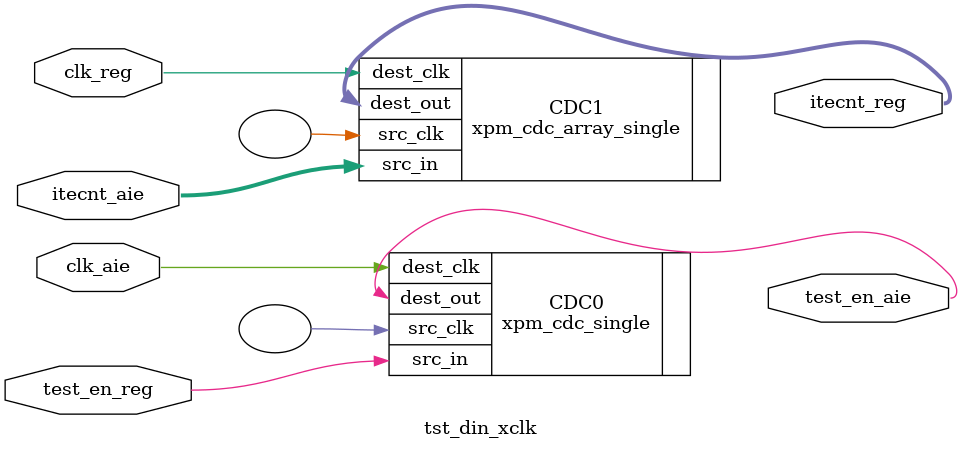
<source format=v>

module tst_din_xclk
(
	//--------------------------------
	// register clock domain
	//--------------------------------
	input   clk_reg,
	input    test_en_reg,
	output  [31:0] itecnt_reg,
	//----------------------------------
	// aie clock domain
	//----------------------------------	
	input   clk_aie,
	output  test_en_aie,
	input  [31:0] itecnt_aie
);

//----------------------------------------
// REG -> AIE
//----------------------------------------
xpm_cdc_single #(
 .DEST_SYNC_FF(4), // DECIMAL; range: 2-10
 .INIT_SYNC_FF(1), // DECIMAL; 0=disable simulation init values, 1=enable simulation init values
 .SIM_ASSERT_CHK(0), // DECIMAL; 0=disable simulation messages, 1=enable simulation messages
 .SRC_INPUT_REG(0) // DECIMAL; 0=do not register input, 1=register input
)
CDC0(
 .dest_out(test_en_aie), // 1-bit output: src_in synchronized to the destination clock domain. This output is
 // registered.
 .dest_clk(clk_aie), // 1-bit input: Clock signal for the destination clock domain.
 .src_clk(), // 1-bit input: optional; required when SRC_INPUT_REG = 1
 .src_in(test_en_reg) // 1-bit input: Input signal to be synchronized to dest_clk domain.
);


//----------------------------------------
// AIE -> REG
//----------------------------------------
xpm_cdc_array_single #(
 .DEST_SYNC_FF(4), // DECIMAL; range: 2-10
 .INIT_SYNC_FF(0), // DECIMAL; 0=disable simulation init values, 1=enable simulation init values
 .SIM_ASSERT_CHK(0), // DECIMAL; 0=disable simulation messages, 1=enable simulation messages
 .SRC_INPUT_REG(0), // DECIMAL; 0=do not register input, 1=register input
 .WIDTH(32) // DECIMAL; range: 1-1024
)
CDC1 (
 .dest_out(itecnt_reg), // WIDTH-bit output: src_in synchronized to the destination clock domain. This
 // output is registered.
 .dest_clk(clk_reg), // 1-bit input: Clock signal for the destination clock domain.
 .src_clk(), // 1-bit input: optional; required when SRC_INPUT_REG = 1
 .src_in(itecnt_aie) // WIDTH-bit input: Input single-bit array to be synchronized to destination clock
 // domain. It is assumed that each bit of the array is unrelated to the others. This
 // is reflected in the constraints applied to this macro. To transfer a binary value
 // losslessly across the two clock domains, use the XPM_CDC_GRAY macro instead.
);



endmodule

</source>
